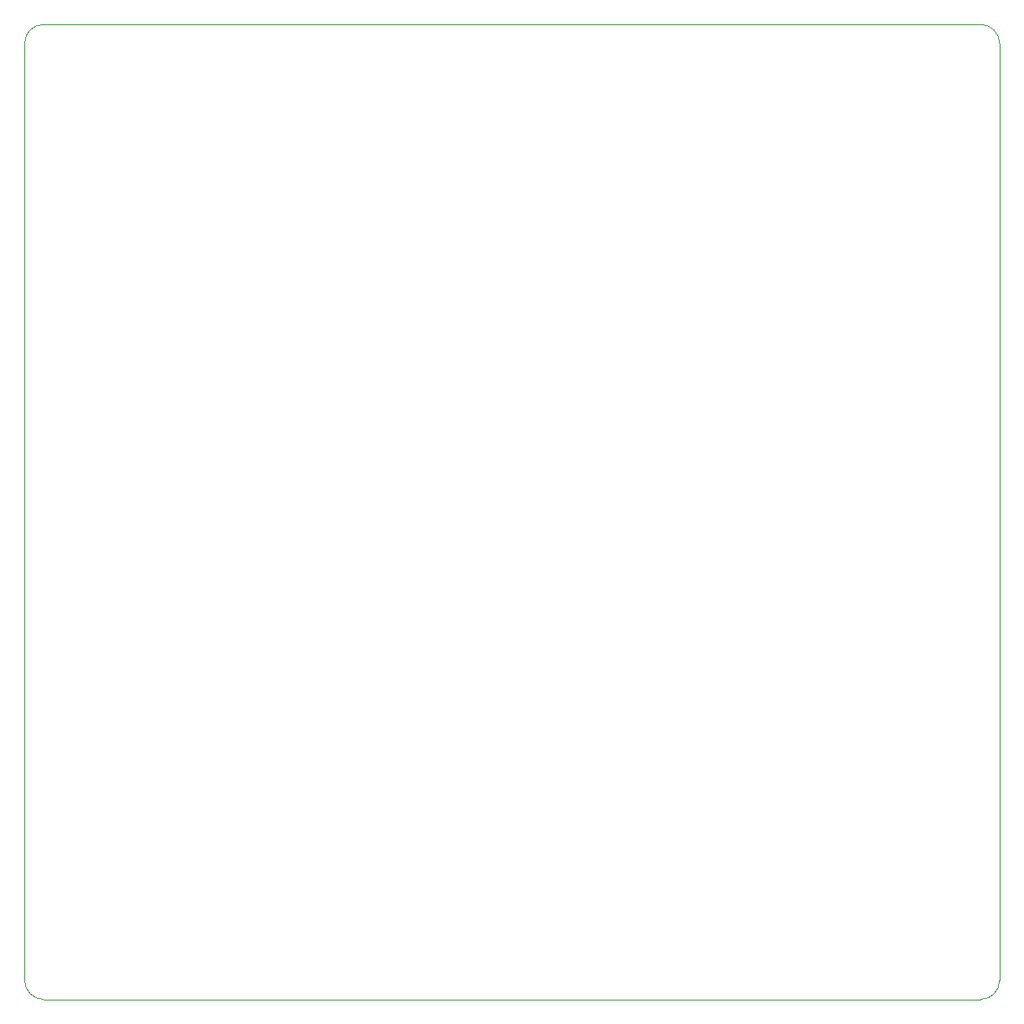
<source format=gbr>
G04 #@! TF.GenerationSoftware,KiCad,Pcbnew,5.1.5*
G04 #@! TF.CreationDate,2020-01-22T08:13:41+00:00*
G04 #@! TF.ProjectId,macro20,6d616372-6f32-4302-9e6b-696361645f70,rev?*
G04 #@! TF.SameCoordinates,Original*
G04 #@! TF.FileFunction,Profile,NP*
%FSLAX46Y46*%
G04 Gerber Fmt 4.6, Leading zero omitted, Abs format (unit mm)*
G04 Created by KiCad (PCBNEW 5.1.5) date 2020-01-22 08:13:41*
%MOMM*%
%LPD*%
G04 APERTURE LIST*
%ADD10C,0.050000*%
G04 APERTURE END LIST*
D10*
X70485000Y-51435000D02*
X70485000Y-146050000D01*
X167005000Y-49530000D02*
X72390000Y-49530000D01*
X167005000Y-147955000D02*
X72390000Y-147955000D01*
X168910000Y-51435000D02*
X168910000Y-146050000D01*
X168910000Y-146050000D02*
G75*
G02X167005000Y-147955000I-1905000J0D01*
G01*
X167005000Y-49530000D02*
G75*
G02X168910000Y-51435000I0J-1905000D01*
G01*
X72390000Y-147955000D02*
G75*
G02X70485000Y-146050000I0J1905000D01*
G01*
X70485000Y-51435000D02*
G75*
G02X72390000Y-49530000I1905000J0D01*
G01*
M02*

</source>
